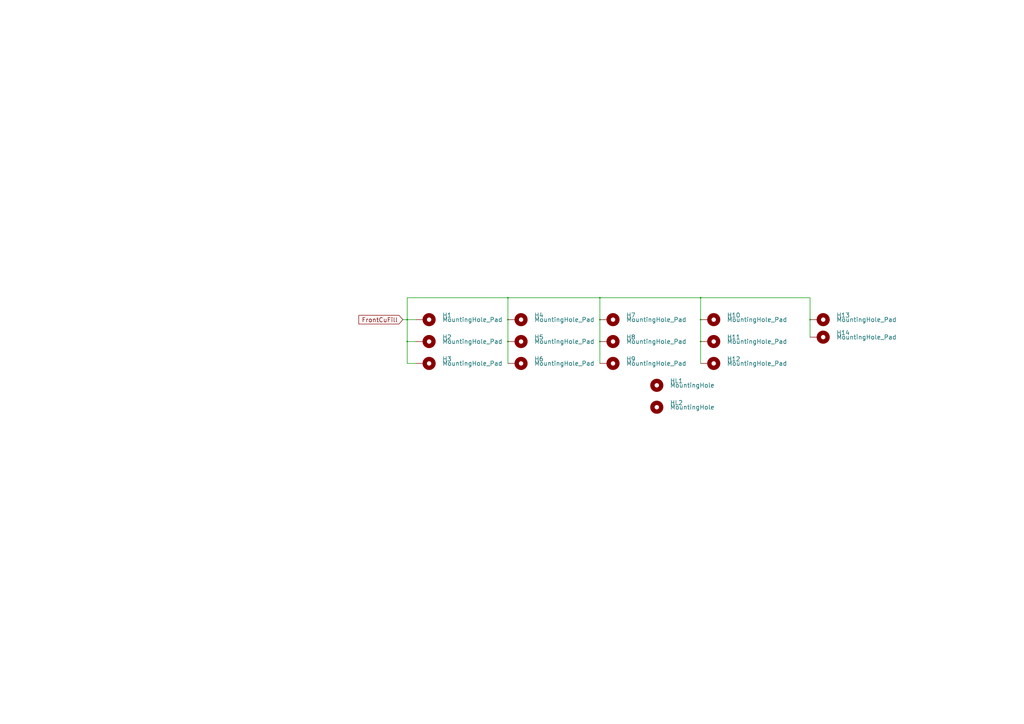
<source format=kicad_sch>
(kicad_sch (version 20200714) (host eeschema "(5.99.0-2555-g9cc6a77cc-dirty)")
  (page 1 1)
  (paper "A4")
  (lib_symbols
    (symbol "Mechanical:MountingHole"
      (property "Reference" "H" (at 0 5.08 0))
      (property "Value" "MountingHole" (at 0 3.175 0))
      (symbol "MountingHole_0_1"
        (circle (center 0 0) (radius 1.27) (stroke (width 1.27)))
      )
    )
    (symbol "Mechanical:MountingHole_Pad" (pin_numbers hide) (pin_names hide)
      (property "Reference" "H" (at 0 6.35 0))
      (property "Value" "MountingHole_Pad" (at 0 4.445 0))
      (symbol "MountingHole_Pad_0_1"
        (circle (center 0 1.27) (radius 1.27) (stroke (width 1.27)))
      )
      (symbol "MountingHole_Pad_1_1"
        (pin input line (at 0 -2.54 90) (length 2.54) (name "1") (number "1"))
      )
    )
  )
  (junction (at 118.11 92.71) (diameter 0.3048))
  (junction (at 118.11 99.06) (diameter 0.3048))
  (junction (at 147.32 86.36) (diameter 0.3048))
  (junction (at 147.32 92.71) (diameter 0.3048))
  (junction (at 147.32 99.06) (diameter 0.3048))
  (junction (at 173.99 86.36) (diameter 0.3048))
  (junction (at 173.99 92.71) (diameter 0.3048))
  (junction (at 173.99 99.06) (diameter 0.3048))
  (junction (at 203.2 86.36) (diameter 0.3048))
  (junction (at 203.2 92.71) (diameter 0.3048))
  (junction (at 203.2 99.06) (diameter 0.3048))
  (junction (at 234.95 92.71) (diameter 0.3048))
  (wire (pts (xy 116.84 92.71) (xy 118.11 92.71)))
  (wire (pts (xy 118.11 86.36) (xy 147.32 86.36)))
  (wire (pts (xy 118.11 92.71) (xy 118.11 86.36)))
  (wire (pts (xy 118.11 92.71) (xy 120.65 92.71)))
  (wire (pts (xy 118.11 99.06) (xy 118.11 92.71)))
  (wire (pts (xy 118.11 105.41) (xy 118.11 99.06)))
  (wire (pts (xy 120.65 99.06) (xy 118.11 99.06)) (stroke (width 0.1524)))
  (wire (pts (xy 120.65 105.41) (xy 118.11 105.41)))
  (wire (pts (xy 147.32 86.36) (xy 147.32 92.71)))
  (wire (pts (xy 147.32 86.36) (xy 173.99 86.36)))
  (wire (pts (xy 147.32 92.71) (xy 147.32 99.06)))
  (wire (pts (xy 147.32 99.06) (xy 147.32 105.41)))
  (wire (pts (xy 173.99 86.36) (xy 173.99 92.71)))
  (wire (pts (xy 173.99 86.36) (xy 203.2 86.36)))
  (wire (pts (xy 173.99 92.71) (xy 173.99 99.06)))
  (wire (pts (xy 173.99 99.06) (xy 173.99 105.41)))
  (wire (pts (xy 203.2 86.36) (xy 203.2 92.71)))
  (wire (pts (xy 203.2 86.36) (xy 234.95 86.36)))
  (wire (pts (xy 203.2 92.71) (xy 203.2 99.06)))
  (wire (pts (xy 203.2 99.06) (xy 203.2 105.41)))
  (wire (pts (xy 234.95 86.36) (xy 234.95 92.71)))
  (wire (pts (xy 234.95 92.71) (xy 234.95 97.79)))
  (global_label "FrontCuFill" (shape input) (at 116.84 92.71 180))
  (symbol (lib_id "Mechanical:MountingHole") (at 190.5 111.76 0) (unit 1)
    (property "Reference" "HL1" (at 194.31 110.49 0) (effects (justify left)))
    (property "Value" "MountingHole" (at 194.31 111.76 0) (effects (justify left)))
    (property "Footprint" "BostonStreets:boston-streets-thinner-5" (effects hide))
  )
  (symbol (lib_id "Mechanical:MountingHole") (at 190.5 118.11 0) (unit 1)
    (property "Reference" "HL2" (at 194.31 116.84 0) (effects (justify left)))
    (property "Value" "MountingHole" (at 194.31 118.11 0) (effects (justify left)))
    (property "Footprint" "BostonStreets:boston-streets-thinner-5-CU" (effects hide))
  )
  (symbol (lib_id "Mechanical:MountingHole_Pad") (at 123.19 92.71 270) (unit 1)
    (property "Reference" "H1" (at 128.27 91.44 90) (effects (justify left)))
    (property "Value" "MountingHole_Pad" (at 128.27 92.71 90) (effects (justify left)))
    (property "Footprint" "MountingHole:MountingHole_3.2mm_M3_ISO7380_Pad" (effects hide))
  )
  (symbol (lib_id "Mechanical:MountingHole_Pad") (at 123.19 99.06 270) (unit 1)
    (property "Reference" "H2" (at 128.27 97.79 90) (effects (justify left)))
    (property "Value" "MountingHole_Pad" (at 128.27 99.06 90) (effects (justify left)))
    (property "Footprint" "MountingHole:MountingHole_3.2mm_M3_ISO7380_Pad" (effects hide))
  )
  (symbol (lib_id "Mechanical:MountingHole_Pad") (at 123.19 105.41 270) (unit 1)
    (property "Reference" "H3" (at 128.27 104.14 90) (effects (justify left)))
    (property "Value" "MountingHole_Pad" (at 128.27 105.41 90) (effects (justify left)))
    (property "Footprint" "MountingHole:MountingHole_3.2mm_M3_ISO7380_Pad" (effects hide))
  )
  (symbol (lib_id "Mechanical:MountingHole_Pad") (at 149.86 92.71 270) (unit 1)
    (property "Reference" "H4" (at 154.94 91.44 90) (effects (justify left)))
    (property "Value" "MountingHole_Pad" (at 154.94 92.71 90) (effects (justify left)))
    (property "Footprint" "MountingHole:MountingHole_3.2mm_M3_ISO7380_Pad" (effects hide))
  )
  (symbol (lib_id "Mechanical:MountingHole_Pad") (at 149.86 99.06 270) (unit 1)
    (property "Reference" "H5" (at 154.94 97.79 90) (effects (justify left)))
    (property "Value" "MountingHole_Pad" (at 154.94 99.06 90) (effects (justify left)))
    (property "Footprint" "MountingHole:MountingHole_3.2mm_M3_ISO7380_Pad" (effects hide))
  )
  (symbol (lib_id "Mechanical:MountingHole_Pad") (at 149.86 105.41 270) (unit 1)
    (property "Reference" "H6" (at 154.94 104.14 90) (effects (justify left)))
    (property "Value" "MountingHole_Pad" (at 154.94 105.41 90) (effects (justify left)))
    (property "Footprint" "MountingHole:MountingHole_3.2mm_M3_ISO7380_Pad" (effects hide))
  )
  (symbol (lib_id "Mechanical:MountingHole_Pad") (at 176.53 92.71 270) (unit 1)
    (property "Reference" "H7" (at 181.61 91.44 90) (effects (justify left)))
    (property "Value" "MountingHole_Pad" (at 181.61 92.71 90) (effects (justify left)))
    (property "Footprint" "MountingHole:MountingHole_3.2mm_M3_ISO7380_Pad" (effects hide))
  )
  (symbol (lib_id "Mechanical:MountingHole_Pad") (at 176.53 99.06 270) (unit 1)
    (property "Reference" "H8" (at 181.61 97.79 90) (effects (justify left)))
    (property "Value" "MountingHole_Pad" (at 181.61 99.06 90) (effects (justify left)))
    (property "Footprint" "MountingHole:MountingHole_3.2mm_M3_ISO7380_Pad" (effects hide))
  )
  (symbol (lib_id "Mechanical:MountingHole_Pad") (at 176.53 105.41 270) (unit 1)
    (property "Reference" "H9" (at 181.61 104.14 90) (effects (justify left)))
    (property "Value" "MountingHole_Pad" (at 181.61 105.41 90) (effects (justify left)))
    (property "Footprint" "MountingHole:MountingHole_3.2mm_M3_ISO7380_Pad" (effects hide))
  )
  (symbol (lib_id "Mechanical:MountingHole_Pad") (at 205.74 92.71 270) (unit 1)
    (property "Reference" "H10" (at 210.82 91.44 90) (effects (justify left)))
    (property "Value" "MountingHole_Pad" (at 210.82 92.71 90) (effects (justify left)))
    (property "Footprint" "MountingHole:MountingHole_3.2mm_M3_ISO7380_Pad" (effects hide))
  )
  (symbol (lib_id "Mechanical:MountingHole_Pad") (at 205.74 99.06 270) (unit 1)
    (property "Reference" "H11" (at 210.82 97.79 90) (effects (justify left)))
    (property "Value" "MountingHole_Pad" (at 210.82 99.06 90) (effects (justify left)))
    (property "Footprint" "MountingHole:MountingHole_3.2mm_M3_ISO7380_Pad" (effects hide))
  )
  (symbol (lib_id "Mechanical:MountingHole_Pad") (at 205.74 105.41 270) (unit 1)
    (property "Reference" "H12" (at 210.82 104.14 90) (effects (justify left)))
    (property "Value" "MountingHole_Pad" (at 210.82 105.41 90) (effects (justify left)))
    (property "Footprint" "MountingHole:MountingHole_3.2mm_M3_ISO7380_Pad" (effects hide))
  )
  (symbol (lib_id "Mechanical:MountingHole_Pad") (at 237.49 92.71 270) (unit 1)
    (property "Reference" "H13" (at 242.57 91.44 90) (effects (justify left)))
    (property "Value" "MountingHole_Pad" (at 242.57 92.71 90) (effects (justify left)))
    (property "Footprint" "MountingHole:MountingHole_2.5mm_Pad" (effects hide))
  )
  (symbol (lib_id "Mechanical:MountingHole_Pad") (at 237.49 97.79 270) (unit 1)
    (property "Reference" "H14" (at 242.57 96.52 90) (effects (justify left)))
    (property "Value" "MountingHole_Pad" (at 242.57 97.79 90) (effects (justify left)))
    (property "Footprint" "MountingHole:MountingHole_2.5mm_Pad" (effects hide))
  )
)
</source>
